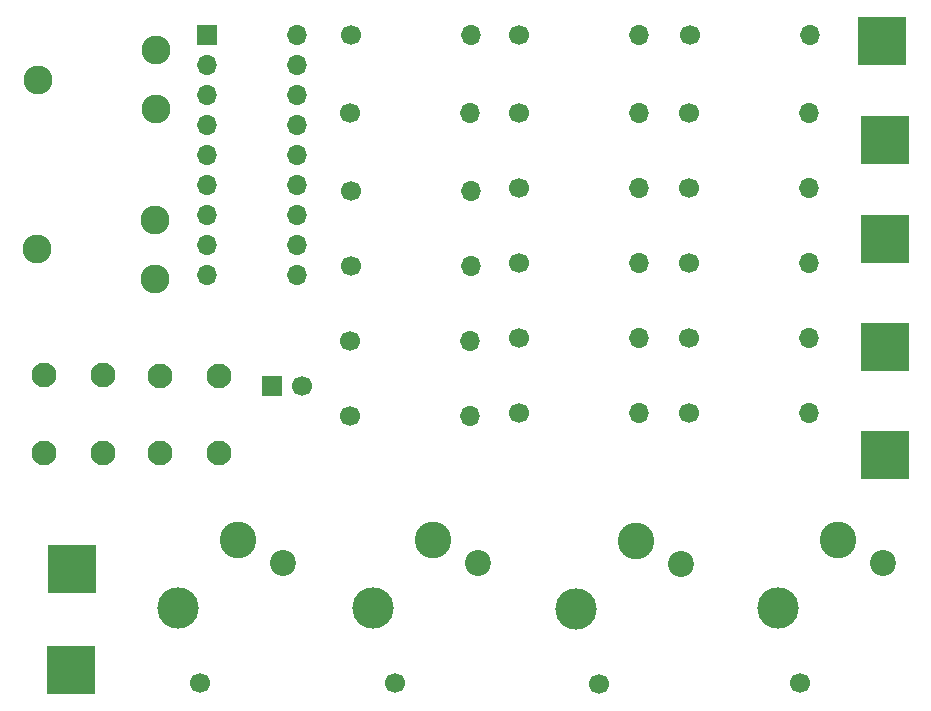
<source format=gts>
%TF.GenerationSoftware,KiCad,Pcbnew,5.1.6*%
%TF.CreationDate,2020-09-27T13:31:50+02:00*%
%TF.ProjectId,AS3320-VCF,41533333-3230-42d5-9643-462e6b696361,rev?*%
%TF.SameCoordinates,Original*%
%TF.FileFunction,Soldermask,Top*%
%TF.FilePolarity,Negative*%
%FSLAX46Y46*%
G04 Gerber Fmt 4.6, Leading zero omitted, Abs format (unit mm)*
G04 Created by KiCad (PCBNEW 5.1.6) date 2020-09-27 13:31:50*
%MOMM*%
%LPD*%
G01*
G04 APERTURE LIST*
%ADD10C,1.700000*%
%ADD11R,1.700000X1.700000*%
%ADD12C,2.440000*%
%ADD13O,1.700000X1.700000*%
%ADD14C,2.200000*%
%ADD15C,3.500000*%
%ADD16C,3.100000*%
%ADD17C,2.100000*%
%ADD18R,4.100000X4.100000*%
G04 APERTURE END LIST*
D10*
%TO.C,C5*%
X152019000Y-97790000D03*
D11*
X149519000Y-97790000D03*
%TD*%
D12*
%TO.C,RV1*%
X139573000Y-83693000D03*
X129573000Y-86193000D03*
X139573000Y-88693000D03*
%TD*%
%TO.C,RV2*%
X139700000Y-69342000D03*
X129700000Y-71842000D03*
X139700000Y-74342000D03*
%TD*%
D13*
%TO.C,U1*%
X151638000Y-68072000D03*
X144018000Y-88392000D03*
X151638000Y-70612000D03*
X144018000Y-85852000D03*
X151638000Y-73152000D03*
X144018000Y-83312000D03*
X151638000Y-75692000D03*
X144018000Y-80772000D03*
X151638000Y-78232000D03*
X144018000Y-78232000D03*
X151638000Y-80772000D03*
X144018000Y-75692000D03*
X151638000Y-83312000D03*
X144018000Y-73152000D03*
X151638000Y-85852000D03*
X144018000Y-70612000D03*
X151638000Y-88392000D03*
D11*
X144018000Y-68072000D03*
%TD*%
D14*
%TO.C,J2*%
X150396000Y-112736000D03*
D10*
X143406000Y-122896000D03*
D15*
X141506000Y-116546000D03*
D16*
X146586000Y-110826000D03*
%TD*%
D14*
%TO.C,J3*%
X166946000Y-112736000D03*
D10*
X159956000Y-122896000D03*
D15*
X158056000Y-116546000D03*
D16*
X163136000Y-110826000D03*
%TD*%
D14*
%TO.C,J1*%
X201196000Y-112736000D03*
D10*
X194206000Y-122896000D03*
D15*
X192306000Y-116546000D03*
D16*
X197386000Y-110826000D03*
%TD*%
D17*
%TO.C,C1*%
X140034000Y-103440000D03*
X145034000Y-103440000D03*
%TD*%
%TO.C,C2*%
X130188000Y-96882000D03*
X135188000Y-96882000D03*
%TD*%
%TO.C,C3*%
X135188000Y-103432000D03*
X130188000Y-103432000D03*
%TD*%
%TO.C,C4*%
X145034000Y-96889500D03*
X140034000Y-96889500D03*
%TD*%
D10*
%TO.C,R1*%
X156210000Y-68072000D03*
D13*
X166370000Y-68072000D03*
%TD*%
%TO.C,R2*%
X166243000Y-74676000D03*
D10*
X156083000Y-74676000D03*
%TD*%
D13*
%TO.C,R3*%
X166337000Y-81280000D03*
D10*
X156177000Y-81280000D03*
%TD*%
D13*
%TO.C,R4*%
X166370000Y-87630000D03*
D10*
X156210000Y-87630000D03*
%TD*%
%TO.C,R5*%
X156083000Y-93980000D03*
D13*
X166243000Y-93980000D03*
%TD*%
%TO.C,R6*%
X166243000Y-100330000D03*
D10*
X156083000Y-100330000D03*
%TD*%
%TO.C,R7*%
X170434000Y-68072000D03*
D13*
X180594000Y-68072000D03*
%TD*%
%TO.C,R8*%
X180594000Y-74676000D03*
D10*
X170434000Y-74676000D03*
%TD*%
D13*
%TO.C,R9*%
X180594000Y-81026000D03*
D10*
X170434000Y-81026000D03*
%TD*%
%TO.C,R10*%
X170434000Y-87376000D03*
D13*
X180594000Y-87376000D03*
%TD*%
D10*
%TO.C,R11*%
X170434000Y-93726000D03*
D13*
X180594000Y-93726000D03*
%TD*%
%TO.C,R12*%
X180594000Y-100076000D03*
D10*
X170434000Y-100076000D03*
%TD*%
%TO.C,R13*%
X184912000Y-68072000D03*
D13*
X195072000Y-68072000D03*
%TD*%
%TO.C,R14*%
X194945000Y-74676000D03*
D10*
X184785000Y-74676000D03*
%TD*%
%TO.C,R15*%
X184785000Y-81026000D03*
D13*
X194945000Y-81026000D03*
%TD*%
%TO.C,R16*%
X194945000Y-87376000D03*
D10*
X184785000Y-87376000D03*
%TD*%
%TO.C,R17*%
X184785000Y-93726000D03*
D13*
X194945000Y-93726000D03*
%TD*%
D10*
%TO.C,R18*%
X184785000Y-100076000D03*
D13*
X194945000Y-100076000D03*
%TD*%
D18*
%TO.C,TP2*%
X201422000Y-103632000D03*
%TD*%
%TO.C,TP3*%
X201168000Y-68580000D03*
%TD*%
%TO.C,TP4*%
X201422000Y-76962000D03*
%TD*%
%TO.C,TP5*%
X201422000Y-85344000D03*
%TD*%
%TO.C,TP6*%
X132524000Y-121793000D03*
%TD*%
%TO.C,TP1*%
X201422000Y-94488000D03*
%TD*%
D16*
%TO.C,J4*%
X180340000Y-110934000D03*
D15*
X175260000Y-116654000D03*
D10*
X177160000Y-123004000D03*
D14*
X184150000Y-112844000D03*
%TD*%
D18*
%TO.C,TP7*%
X132588000Y-113284000D03*
%TD*%
M02*

</source>
